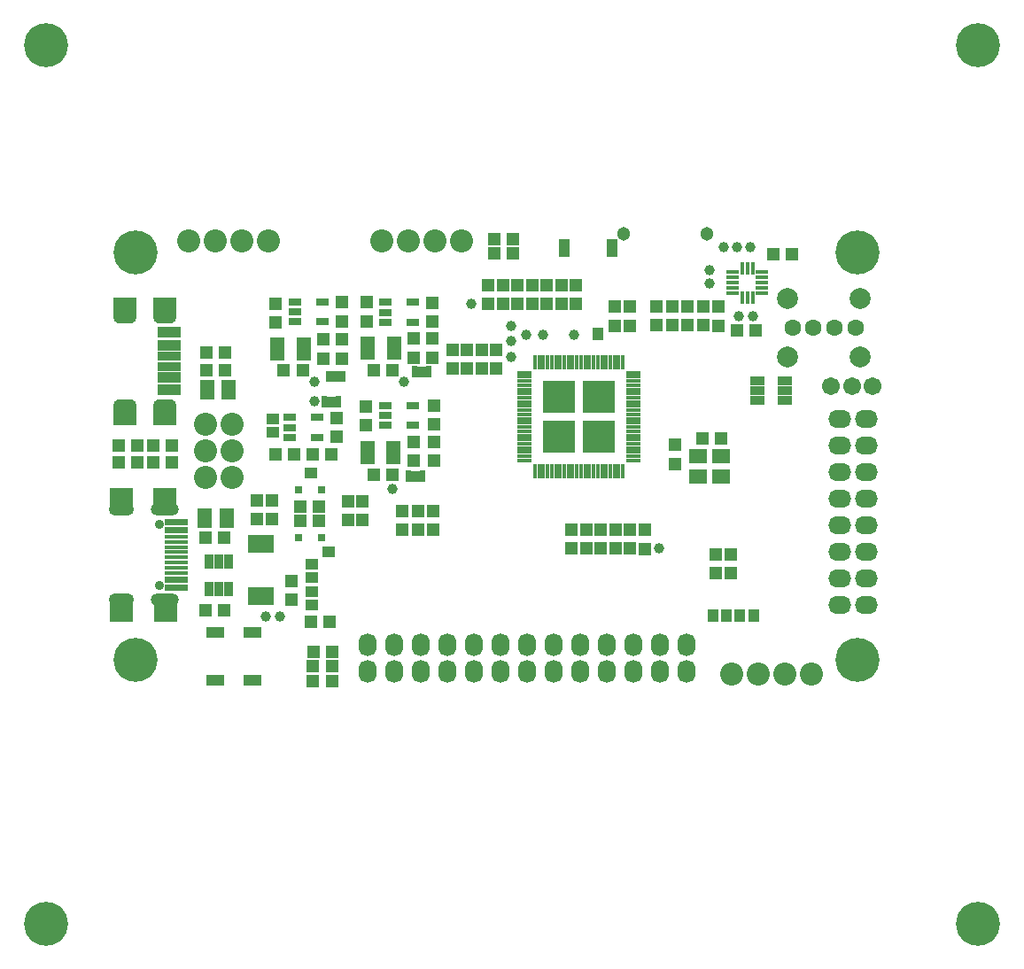
<source format=gts>
G04 Layer_Color=8388736*
%FSLAX44Y44*%
%MOMM*%
G71*
G01*
G75*
%ADD94R,1.9050X1.0160*%
%ADD95R,0.9900X1.2400*%
%ADD96R,0.9900X1.2400*%
%ADD97R,1.2400X0.9900*%
%ADD98R,1.2400X0.9900*%
%ADD99R,1.8032X1.1032*%
%ADD100R,1.2032X1.2032*%
%ADD101R,0.5032X1.7532*%
%ADD102R,0.8032X0.7032*%
%ADD103R,1.4032X0.4032*%
%ADD104R,0.4032X1.4032*%
%ADD105R,3.1032X3.1032*%
%ADD106R,3.1032X3.1032*%
%ADD107R,0.6032X1.0032*%
%ADD108O,0.5032X0.4032*%
%ADD109C,1.0032*%
%ADD110R,1.2032X1.2032*%
%ADD111R,1.7032X1.4032*%
%ADD112R,1.3032X0.8032*%
%ADD113R,1.4232X0.8232*%
%ADD114R,0.8232X1.4232*%
%ADD115R,1.4532X2.2032*%
%ADD116O,0.4032X0.5032*%
%ADD117R,2.2032X0.4532*%
%ADD118R,2.2032X2.0032*%
%ADD119R,1.4032X1.8332*%
%ADD120R,0.4532X1.2032*%
%ADD121R,1.2032X0.4532*%
%ADD122R,1.1032X1.8032*%
%ADD123R,2.2032X1.7032*%
%ADD124R,2.2032X1.1032*%
%ADD125R,2.2032X1.0032*%
%ADD126R,2.2032X0.9032*%
%ADD127C,4.2032*%
%ADD128C,1.7032*%
%ADD129O,2.2032X1.7032*%
%ADD130O,1.7032X2.2032*%
%ADD131C,2.2032*%
%ADD132C,2.0032*%
%ADD133C,1.6032*%
%ADD134O,2.4032X1.2032*%
%ADD135O,2.7032X1.2032*%
%ADD136C,0.9032*%
%ADD137C,1.3032*%
%ADD138O,2.3032X1.4032*%
D94*
X413398Y607999D02*
D03*
X327398Y579000D02*
D03*
X407398Y508000D02*
D03*
X331398Y603000D02*
D03*
D95*
X692050Y375001D02*
D03*
X705050Y374700D02*
D03*
X718050D02*
D03*
X731050D02*
D03*
D96*
X581951Y644300D02*
D03*
D97*
X271300Y563050D02*
D03*
Y550050D02*
D03*
X308478Y398014D02*
D03*
Y411014D02*
D03*
Y385014D02*
D03*
Y424014D02*
D03*
D98*
X307700Y510950D02*
D03*
X324700Y435950D02*
D03*
D99*
X252000Y313000D02*
D03*
Y359000D02*
D03*
X216000Y313000D02*
D03*
Y359000D02*
D03*
D100*
X327970Y340000D02*
D03*
X310000D02*
D03*
X325860Y369000D02*
D03*
X307890D02*
D03*
X315860Y479000D02*
D03*
X297890D02*
D03*
X315860Y465000D02*
D03*
X297890D02*
D03*
X157140Y521000D02*
D03*
X175110D02*
D03*
X157140Y537000D02*
D03*
X175110D02*
D03*
X309910Y326130D02*
D03*
X327880D02*
D03*
X207820Y609340D02*
D03*
X225790D02*
D03*
X207820Y625850D02*
D03*
X225790D02*
D03*
X207140Y380000D02*
D03*
X225110D02*
D03*
X207140Y449000D02*
D03*
X225110D02*
D03*
X682140Y544000D02*
D03*
X700110D02*
D03*
X309910Y312160D02*
D03*
X327880D02*
D03*
X299860Y609000D02*
D03*
X281890D02*
D03*
X385860Y509000D02*
D03*
X367890D02*
D03*
X309720Y529050D02*
D03*
X327690D02*
D03*
X274160D02*
D03*
X292130D02*
D03*
X385860Y609000D02*
D03*
X367890D02*
D03*
X483000Y721000D02*
D03*
X500970D02*
D03*
X483140Y735000D02*
D03*
X501110D02*
D03*
X732860Y647000D02*
D03*
X714890D02*
D03*
X142110Y537000D02*
D03*
X124140D02*
D03*
X142110Y521000D02*
D03*
X124140D02*
D03*
X749890Y720000D02*
D03*
X767860D02*
D03*
D101*
X250000Y393000D02*
D03*
X255000D02*
D03*
X260000D02*
D03*
X265000D02*
D03*
X270000D02*
D03*
X250000Y443000D02*
D03*
X270000D02*
D03*
X265000D02*
D03*
X260000D02*
D03*
X255000D02*
D03*
D102*
X296000Y495000D02*
D03*
X318000D02*
D03*
Y449000D02*
D03*
X296000D02*
D03*
D103*
X512000Y607000D02*
D03*
Y603000D02*
D03*
Y599000D02*
D03*
Y591000D02*
D03*
Y595000D02*
D03*
Y579000D02*
D03*
Y575000D02*
D03*
Y583000D02*
D03*
Y587000D02*
D03*
Y555000D02*
D03*
Y551000D02*
D03*
Y543000D02*
D03*
Y547000D02*
D03*
Y563000D02*
D03*
Y559000D02*
D03*
Y567000D02*
D03*
Y571000D02*
D03*
Y523000D02*
D03*
Y531000D02*
D03*
Y527000D02*
D03*
Y535000D02*
D03*
Y539000D02*
D03*
X616000Y591000D02*
D03*
Y595000D02*
D03*
Y603000D02*
D03*
Y599000D02*
D03*
Y607000D02*
D03*
Y559000D02*
D03*
Y563000D02*
D03*
Y571000D02*
D03*
Y567000D02*
D03*
Y583000D02*
D03*
Y587000D02*
D03*
Y579000D02*
D03*
Y575000D02*
D03*
Y543000D02*
D03*
Y547000D02*
D03*
Y555000D02*
D03*
Y551000D02*
D03*
Y535000D02*
D03*
Y539000D02*
D03*
Y531000D02*
D03*
Y527000D02*
D03*
Y523000D02*
D03*
D104*
X590000Y513000D02*
D03*
X594000D02*
D03*
X602000D02*
D03*
X598000D02*
D03*
X606000D02*
D03*
X558000D02*
D03*
X562000D02*
D03*
X570000D02*
D03*
X566000D02*
D03*
X582000D02*
D03*
X586000D02*
D03*
X578000D02*
D03*
X574000D02*
D03*
X542000D02*
D03*
X546000D02*
D03*
X554000D02*
D03*
X550000D02*
D03*
X534000D02*
D03*
X538000D02*
D03*
X530000D02*
D03*
X526000D02*
D03*
X522000D02*
D03*
X538000Y617000D02*
D03*
X534000D02*
D03*
X526000D02*
D03*
X530000D02*
D03*
X522000D02*
D03*
X570000D02*
D03*
X566000D02*
D03*
X558000D02*
D03*
X562000D02*
D03*
X546000D02*
D03*
X542000D02*
D03*
X550000D02*
D03*
X554000D02*
D03*
X586000D02*
D03*
X582000D02*
D03*
X574000D02*
D03*
X578000D02*
D03*
X594000D02*
D03*
X590000D02*
D03*
X598000D02*
D03*
X602000D02*
D03*
X606000D02*
D03*
D105*
X544950Y545950D02*
D03*
X583050Y584050D02*
D03*
D106*
Y545950D02*
D03*
X544950Y584050D02*
D03*
D107*
X406667Y608254D02*
D03*
X420129D02*
D03*
X320667Y579254D02*
D03*
X334129D02*
D03*
X400667Y508254D02*
D03*
X414129D02*
D03*
X324667Y603254D02*
D03*
X338129D02*
D03*
D108*
X692064Y378523D02*
D03*
Y371055D02*
D03*
X705064Y378222D02*
D03*
Y370754D02*
D03*
X718064Y378222D02*
D03*
Y370754D02*
D03*
X731064Y378222D02*
D03*
Y370754D02*
D03*
X581936Y648246D02*
D03*
Y640778D02*
D03*
D109*
X530000Y643000D02*
D03*
X514000D02*
D03*
X499000Y652000D02*
D03*
Y637000D02*
D03*
Y622000D02*
D03*
X702000Y727000D02*
D03*
X715000D02*
D03*
X728000D02*
D03*
X689000Y705000D02*
D03*
Y692000D02*
D03*
X717000Y661000D02*
D03*
X730000D02*
D03*
X311000Y598000D02*
D03*
X386000Y496000D02*
D03*
X311000Y580000D02*
D03*
X397000Y598000D02*
D03*
X265000Y374000D02*
D03*
X278000D02*
D03*
X641000Y439000D02*
D03*
X461000Y673000D02*
D03*
X559000Y643000D02*
D03*
D110*
X709000Y415140D02*
D03*
Y433110D02*
D03*
X695000Y415140D02*
D03*
Y433110D02*
D03*
X584760Y439090D02*
D03*
Y457060D02*
D03*
X612760Y438840D02*
D03*
Y456810D02*
D03*
X491490Y690360D02*
D03*
Y672390D02*
D03*
X519430Y690360D02*
D03*
Y672390D02*
D03*
X337760Y656110D02*
D03*
Y674080D02*
D03*
X425200Y557340D02*
D03*
Y575310D02*
D03*
X337760Y620550D02*
D03*
Y638520D02*
D03*
X425200Y523050D02*
D03*
Y541020D02*
D03*
X424120Y655800D02*
D03*
Y673770D02*
D03*
Y621510D02*
D03*
Y639480D02*
D03*
X656000Y537860D02*
D03*
Y519890D02*
D03*
X598730Y456810D02*
D03*
Y438840D02*
D03*
X626730Y456560D02*
D03*
Y438590D02*
D03*
X477520Y672640D02*
D03*
Y690610D02*
D03*
X505460Y672640D02*
D03*
Y690610D02*
D03*
X561340Y690360D02*
D03*
Y672390D02*
D03*
X533400Y690360D02*
D03*
Y672390D02*
D03*
X547370Y672640D02*
D03*
Y690610D02*
D03*
X319980Y620550D02*
D03*
Y638520D02*
D03*
X274260Y654840D02*
D03*
Y672810D02*
D03*
X406150Y523050D02*
D03*
Y541020D02*
D03*
X360620Y556740D02*
D03*
Y574710D02*
D03*
X332000Y563860D02*
D03*
Y545890D02*
D03*
X406340Y621510D02*
D03*
Y639480D02*
D03*
X361000Y656140D02*
D03*
Y674110D02*
D03*
X683000Y652140D02*
D03*
Y670110D02*
D03*
X668000Y652140D02*
D03*
Y670110D02*
D03*
X653000Y652140D02*
D03*
Y670110D02*
D03*
X613000Y652030D02*
D03*
Y670000D02*
D03*
X598000Y652030D02*
D03*
Y670000D02*
D03*
X638000Y652140D02*
D03*
Y670110D02*
D03*
X697000Y669860D02*
D03*
Y651890D02*
D03*
X425000Y474860D02*
D03*
Y456890D02*
D03*
X410000Y474860D02*
D03*
Y456890D02*
D03*
X395000Y474860D02*
D03*
Y456890D02*
D03*
X571000Y456860D02*
D03*
Y438890D02*
D03*
X557000Y456860D02*
D03*
Y438890D02*
D03*
X443000Y611140D02*
D03*
Y629110D02*
D03*
X457000Y611140D02*
D03*
Y629110D02*
D03*
X471000Y611140D02*
D03*
Y629110D02*
D03*
X485000Y611140D02*
D03*
Y629110D02*
D03*
X357000Y484110D02*
D03*
Y466140D02*
D03*
X343000Y465890D02*
D03*
Y483860D02*
D03*
X271000Y484860D02*
D03*
Y466890D02*
D03*
X256000Y467140D02*
D03*
Y485110D02*
D03*
X289000Y407860D02*
D03*
Y389890D02*
D03*
D111*
X700178Y507902D02*
D03*
Y527206D02*
D03*
X677572D02*
D03*
Y507902D02*
D03*
D112*
X293010Y664970D02*
D03*
Y674470D02*
D03*
Y655470D02*
D03*
X319010Y674470D02*
D03*
Y655470D02*
D03*
X379180Y566200D02*
D03*
Y575700D02*
D03*
Y556700D02*
D03*
X405180Y575700D02*
D03*
Y556700D02*
D03*
X287800Y554480D02*
D03*
Y563980D02*
D03*
Y544980D02*
D03*
X313800Y563980D02*
D03*
Y544980D02*
D03*
X379370Y664660D02*
D03*
Y674160D02*
D03*
Y655160D02*
D03*
X405370Y674160D02*
D03*
Y655160D02*
D03*
D113*
X734900Y599500D02*
D03*
Y590000D02*
D03*
Y580500D02*
D03*
X761100Y590000D02*
D03*
Y580500D02*
D03*
Y599500D02*
D03*
D114*
X210500Y399900D02*
D03*
X220000D02*
D03*
X229500D02*
D03*
X220000Y426100D02*
D03*
X229500D02*
D03*
X210500D02*
D03*
D115*
X275730Y629410D02*
D03*
X300730D02*
D03*
X361900Y530640D02*
D03*
X386900D02*
D03*
X362090Y630370D02*
D03*
X387090D02*
D03*
D116*
X275246Y563064D02*
D03*
X267778D02*
D03*
X275246Y550064D02*
D03*
X267778D02*
D03*
X304532Y398000D02*
D03*
X312000D02*
D03*
X304532Y411000D02*
D03*
X312000D02*
D03*
X304532Y385000D02*
D03*
X312000D02*
D03*
X304532Y424000D02*
D03*
X312000D02*
D03*
X303754Y510936D02*
D03*
X311222D02*
D03*
X320754Y435936D02*
D03*
X328222D02*
D03*
D117*
X179420Y425330D02*
D03*
Y465330D02*
D03*
Y457830D02*
D03*
Y445330D02*
D03*
Y420330D02*
D03*
Y407830D02*
D03*
Y400330D02*
D03*
Y402830D02*
D03*
Y415330D02*
D03*
Y410330D02*
D03*
Y440330D02*
D03*
Y450330D02*
D03*
Y455330D02*
D03*
Y462830D02*
D03*
Y435330D02*
D03*
Y430330D02*
D03*
D118*
X126334Y486460D02*
D03*
X168134D02*
D03*
X168706Y379200D02*
D03*
X126334D02*
D03*
D119*
X229500Y591000D02*
D03*
X208500D02*
D03*
X227500Y468000D02*
D03*
X206500D02*
D03*
D120*
X725000Y707000D02*
D03*
X730000D02*
D03*
X720000D02*
D03*
X730000Y679000D02*
D03*
X720000D02*
D03*
X725000D02*
D03*
D121*
X711000Y693000D02*
D03*
Y698000D02*
D03*
Y688000D02*
D03*
Y703000D02*
D03*
Y683000D02*
D03*
X739000Y703000D02*
D03*
Y683000D02*
D03*
Y698000D02*
D03*
Y688000D02*
D03*
Y693000D02*
D03*
D122*
X550000Y726000D02*
D03*
X596000D02*
D03*
D123*
X168088Y565422D02*
D03*
X130088D02*
D03*
X168312Y670578D02*
D03*
X130312D02*
D03*
D124*
X172000Y645500D02*
D03*
Y590500D02*
D03*
D125*
Y633200D02*
D03*
Y602800D02*
D03*
D126*
Y613000D02*
D03*
Y623000D02*
D03*
D127*
X55000Y80000D02*
D03*
X945000D02*
D03*
X55000Y920000D02*
D03*
X945000D02*
D03*
X140000Y332000D02*
D03*
X830000D02*
D03*
X140000Y722000D02*
D03*
X830000D02*
D03*
D128*
X805000Y594000D02*
D03*
X825000D02*
D03*
X845000D02*
D03*
D129*
X813600Y537400D02*
D03*
Y512000D02*
D03*
Y486600D02*
D03*
Y385000D02*
D03*
Y410400D02*
D03*
Y435800D02*
D03*
Y461200D02*
D03*
Y562800D02*
D03*
X839000D02*
D03*
Y461200D02*
D03*
Y435800D02*
D03*
Y410400D02*
D03*
Y385000D02*
D03*
Y486600D02*
D03*
Y512000D02*
D03*
Y537400D02*
D03*
D130*
X616000Y346400D02*
D03*
X590600D02*
D03*
X641400D02*
D03*
X565200D02*
D03*
X489000D02*
D03*
X514400D02*
D03*
X539800D02*
D03*
X438200D02*
D03*
X412800D02*
D03*
X387400D02*
D03*
X463600D02*
D03*
X362000D02*
D03*
X463600Y321000D02*
D03*
X362000D02*
D03*
X387400D02*
D03*
X412800D02*
D03*
X438200D02*
D03*
X539800D02*
D03*
X514400D02*
D03*
X489000D02*
D03*
X565200D02*
D03*
X641400D02*
D03*
X590600D02*
D03*
X616000D02*
D03*
X666800D02*
D03*
Y346400D02*
D03*
D131*
X375430Y732530D02*
D03*
X400830D02*
D03*
X426230D02*
D03*
X451630D02*
D03*
X267100Y733000D02*
D03*
X241700D02*
D03*
X216300D02*
D03*
X190900D02*
D03*
X709900Y319000D02*
D03*
X735300D02*
D03*
X760700D02*
D03*
X786100D02*
D03*
X207000Y558000D02*
D03*
X232400D02*
D03*
X207000Y507200D02*
D03*
X232400D02*
D03*
Y532600D02*
D03*
X207000D02*
D03*
D132*
X833192Y677918D02*
D03*
Y621918D02*
D03*
X763192Y677918D02*
D03*
Y621918D02*
D03*
D133*
X828192Y649918D02*
D03*
X768192D02*
D03*
X808192D02*
D03*
X788192D02*
D03*
D134*
X126620Y389630D02*
D03*
Y476030D02*
D03*
D135*
X168420Y389630D02*
D03*
Y476030D02*
D03*
D136*
X163420Y403930D02*
D03*
Y461730D02*
D03*
D137*
X686500Y740000D02*
D03*
X606500D02*
D03*
D138*
X130200Y661200D02*
D03*
X168200Y574800D02*
D03*
X130200D02*
D03*
X168200Y661200D02*
D03*
M02*

</source>
